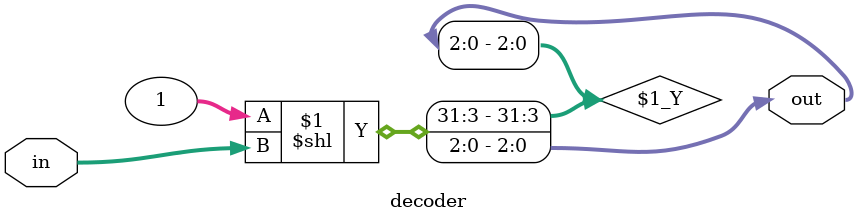
<source format=sv>
module decoder#(
    parameter n = 2
)(
    input logic [n-1:0]in,
    output logic [1<<n - 1: 0]out
);

    assign out = (1 << in);

endmodule : decoder
</source>
